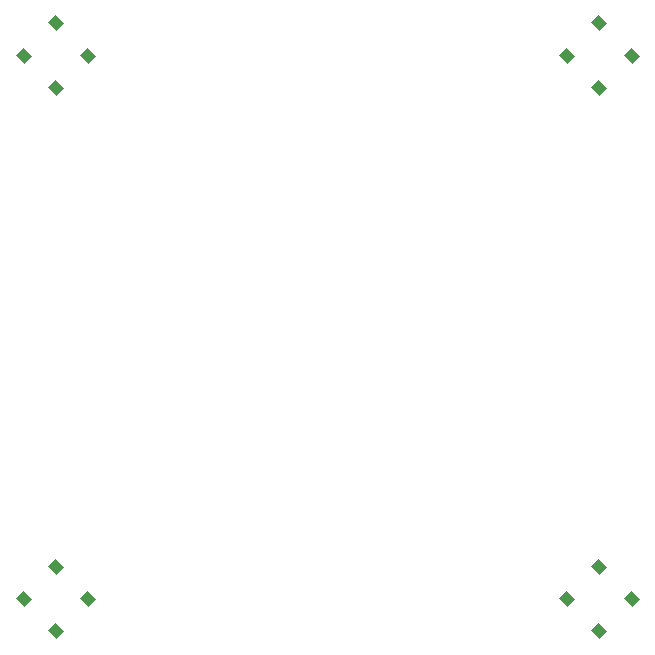
<source format=gbp>
G04*
G04 #@! TF.GenerationSoftware,Altium Limited,Altium Designer,22.2.1 (43)*
G04*
G04 Layer_Color=128*
%FSLAX44Y44*%
%MOMM*%
G71*
G04*
G04 #@! TF.SameCoordinates,94726236-D1AE-4565-9949-D72E77048C11*
G04*
G04*
G04 #@! TF.FilePolarity,Positive*
G04*
G01*
G75*
G04:AMPARAMS|DCode=109|XSize=1.0492mm|YSize=0.8492mm|CornerRadius=0mm|HoleSize=0mm|Usage=FLASHONLY|Rotation=315.000|XOffset=0mm|YOffset=0mm|HoleType=Round|Shape=Rectangle|*
%AMROTATEDRECTD109*
4,1,4,-0.6712,0.0707,-0.0707,0.6712,0.6712,-0.0707,0.0707,-0.6712,-0.6712,0.0707,0.0*
%
%ADD109ROTATEDRECTD109*%

D109*
X230177Y257400D02*
D03*
X257400Y230177D02*
D03*
X202600Y229823D02*
D03*
X229823Y202600D02*
D03*
X-229823Y-202600D02*
D03*
X-202600Y-229823D02*
D03*
X-257400Y-230177D02*
D03*
X-230177Y-257400D02*
D03*
X230177Y-202600D02*
D03*
X257400Y-229823D02*
D03*
X202600Y-230177D02*
D03*
X229823Y-257400D02*
D03*
X-229823Y257400D02*
D03*
X-202600Y230177D02*
D03*
X-257400Y229823D02*
D03*
X-230177Y202600D02*
D03*
M02*

</source>
